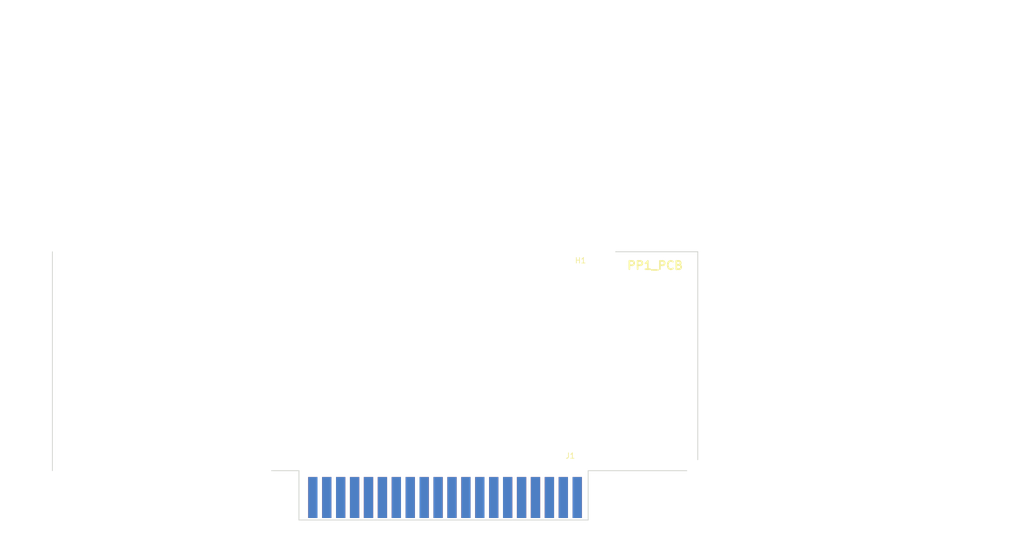
<source format=kicad_pcb>
(kicad_pcb (version 20171130) (host pcbnew "(5.1.6)-1")

  (general
    (thickness 1.6)
    (drawings 28)
    (tracks 0)
    (zones 0)
    (modules 2)
    (nets 41)
  )

  (page A4)
  (title_block
    (title "PP1 PCB")
    (date 2020-09-25)
    (rev "model rev1")
    (company "Name here")
  )

  (layers
    (0 F.Cu signal)
    (31 B.Cu signal)
    (32 B.Adhes user)
    (33 F.Adhes user)
    (34 B.Paste user)
    (35 F.Paste user)
    (36 B.SilkS user)
    (37 F.SilkS user)
    (38 B.Mask user)
    (39 F.Mask user)
    (40 Dwgs.User user)
    (41 Cmts.User user)
    (42 Eco1.User user)
    (43 Eco2.User user)
    (44 Edge.Cuts user)
    (45 Margin user)
    (46 B.CrtYd user)
    (47 F.CrtYd user)
    (48 B.Fab user)
    (49 F.Fab user)
  )

  (setup
    (last_trace_width 0.2)
    (trace_clearance 0.18)
    (zone_clearance 0.508)
    (zone_45_only no)
    (trace_min 0.18)
    (via_size 0.45)
    (via_drill 0.2)
    (via_min_size 0.45)
    (via_min_drill 0.2)
    (uvia_size 0.45)
    (uvia_drill 0.2)
    (uvias_allowed no)
    (uvia_min_size 0.45)
    (uvia_min_drill 0.2)
    (edge_width 0.15)
    (segment_width 0.2)
    (pcb_text_width 0.3)
    (pcb_text_size 1.5 1.5)
    (mod_edge_width 0.15)
    (mod_text_size 1 1)
    (mod_text_width 0.15)
    (pad_size 1.524 1.524)
    (pad_drill 0.762)
    (pad_to_mask_clearance 0.2)
    (aux_axis_origin 60.2 32)
    (visible_elements 7FFFF7FF)
    (pcbplotparams
      (layerselection 0x010f0_ffffffff)
      (usegerberextensions false)
      (usegerberattributes false)
      (usegerberadvancedattributes false)
      (creategerberjobfile false)
      (excludeedgelayer true)
      (linewidth 0.100000)
      (plotframeref false)
      (viasonmask false)
      (mode 1)
      (useauxorigin true)
      (hpglpennumber 1)
      (hpglpenspeed 20)
      (hpglpendiameter 15.000000)
      (psnegative false)
      (psa4output false)
      (plotreference true)
      (plotvalue true)
      (plotinvisibletext false)
      (padsonsilk false)
      (subtractmaskfromsilk false)
      (outputformat 1)
      (mirror false)
      (drillshape 0)
      (scaleselection 1)
      (outputdirectory "Project_MMV1_SRAM1_gerbert/"))
  )

  (net 0 "")
  (net 1 +5V)
  (net 2 GND)
  (net 3 +3V3)
  (net 4 /~CS_MODULE_0)
  (net 5 /CLK_MODULE_0)
  (net 6 /PERIPHERAL_CLK)
  (net 7 /SYNC_BIT)
  (net 8 /~RESET_CLK)
  (net 9 /BWRITE2_7)
  (net 10 /BREAD2_7)
  (net 11 /BWRITE2_6)
  (net 12 /BREAD2_6)
  (net 13 /BWRITE2_5)
  (net 14 /BREAD2_5)
  (net 15 /BWRITE2_4)
  (net 16 /BREAD2_4)
  (net 17 /BWRITE2_3)
  (net 18 /BREAD2_3)
  (net 19 /BWRITE2_2)
  (net 20 /BREAD2_2)
  (net 21 /BWRITE2_1)
  (net 22 /BREAD2_1)
  (net 23 /BWRITE2_0)
  (net 24 /BREAD2_0)
  (net 25 /BWRITE1_7)
  (net 26 /BREAD1_7)
  (net 27 /BWRITE1_6)
  (net 28 /BREAD1_6)
  (net 29 /BWRITE1_5)
  (net 30 /BREAD1_5)
  (net 31 /BWRITE1_4)
  (net 32 /BREAD1_4)
  (net 33 /BWRITE1_3)
  (net 34 /BWRITE1_0)
  (net 35 /BWRITE1_1)
  (net 36 /BWRITE1_2)
  (net 37 /BREAD1_2)
  (net 38 /BREAD1_3)
  (net 39 /BREAD1_0)
  (net 40 /BREAD1_1)

  (net_class Default "Ceci est la Netclass par défaut"
    (clearance 0.18)
    (trace_width 0.2)
    (via_dia 0.45)
    (via_drill 0.2)
    (uvia_dia 0.45)
    (uvia_drill 0.2)
    (add_net /BREAD1_0)
    (add_net /BREAD1_1)
    (add_net /BREAD1_2)
    (add_net /BREAD1_3)
    (add_net /BREAD1_4)
    (add_net /BREAD1_5)
    (add_net /BREAD1_6)
    (add_net /BREAD1_7)
    (add_net /BREAD2_0)
    (add_net /BREAD2_1)
    (add_net /BREAD2_2)
    (add_net /BREAD2_3)
    (add_net /BREAD2_4)
    (add_net /BREAD2_5)
    (add_net /BREAD2_6)
    (add_net /BREAD2_7)
    (add_net /BWRITE1_0)
    (add_net /BWRITE1_1)
    (add_net /BWRITE1_2)
    (add_net /BWRITE1_3)
    (add_net /BWRITE1_4)
    (add_net /BWRITE1_5)
    (add_net /BWRITE1_6)
    (add_net /BWRITE1_7)
    (add_net /BWRITE2_0)
    (add_net /BWRITE2_1)
    (add_net /BWRITE2_2)
    (add_net /BWRITE2_3)
    (add_net /BWRITE2_4)
    (add_net /BWRITE2_5)
    (add_net /BWRITE2_6)
    (add_net /BWRITE2_7)
    (add_net /CLK_MODULE_0)
    (add_net /PERIPHERAL_CLK)
    (add_net /SYNC_BIT)
    (add_net /~CS_MODULE_0)
    (add_net /~RESET_CLK)
  )

  (net_class Tension ""
    (clearance 0.2)
    (trace_width 0.25)
    (via_dia 0.45)
    (via_drill 0.2)
    (uvia_dia 0.45)
    (uvia_drill 0.2)
    (add_net +3V3)
    (add_net +5V)
    (add_net GND)
  )

  (module TE_5-5530843-4_edge:TE_5-5530843-4_edge (layer F.Cu) (tedit 5F6E0B5F) (tstamp 5F6E0C4B)
    (at 156 116.9)
    (path /5D0F5D39)
    (fp_text reference J1 (at -1.27 -7.62) (layer F.SilkS)
      (effects (font (size 1 1) (thickness 0.15)))
    )
    (fp_text value PP1_edgeConnnector_TE_5-5530843-4 (at -8.89 -6.35) (layer F.Fab)
      (effects (font (size 1 1) (thickness 0.15)))
    )
    (pad 2 smd rect (at 0 0) (size 1.7 7.5) (layers F.Cu F.Paste F.Mask)
      (net 4 /~CS_MODULE_0))
    (pad 1 smd rect (at 0 0) (size 1.7 7.5) (layers B.Cu B.Paste B.Mask)
      (net 2 GND))
    (pad 4 smd rect (at -2.54 0) (size 1.7 7.5) (layers F.Cu F.Paste F.Mask)
      (net 5 /CLK_MODULE_0))
    (pad 3 smd rect (at -2.54 0) (size 1.7 7.5) (layers B.Cu B.Paste B.Mask)
      (net 6 /PERIPHERAL_CLK))
    (pad 6 smd rect (at -5.08 0) (size 1.7 7.5) (layers F.Cu F.Paste F.Mask)
      (net 7 /SYNC_BIT))
    (pad 5 smd rect (at -5.08 0) (size 1.7 7.5) (layers B.Cu B.Paste B.Mask)
      (net 8 /~RESET_CLK))
    (pad 8 smd rect (at -7.62 0) (size 1.7 7.5) (layers F.Cu F.Paste F.Mask)
      (net 9 /BWRITE2_7))
    (pad 7 smd rect (at -7.62 0) (size 1.7 7.5) (layers B.Cu B.Paste B.Mask)
      (net 10 /BREAD2_7))
    (pad 10 smd rect (at -10.16 0) (size 1.7 7.5) (layers F.Cu F.Paste F.Mask)
      (net 11 /BWRITE2_6))
    (pad 9 smd rect (at -10.16 0) (size 1.7 7.5) (layers B.Cu B.Paste B.Mask)
      (net 12 /BREAD2_6))
    (pad 12 smd rect (at -12.7 0) (size 1.7 7.5) (layers F.Cu F.Paste F.Mask)
      (net 13 /BWRITE2_5))
    (pad 11 smd rect (at -12.7 0) (size 1.7 7.5) (layers B.Cu B.Paste B.Mask)
      (net 14 /BREAD2_5))
    (pad 14 smd rect (at -15.24 0) (size 1.7 7.5) (layers F.Cu F.Paste F.Mask)
      (net 15 /BWRITE2_4))
    (pad 13 smd rect (at -15.24 0) (size 1.7 7.5) (layers B.Cu B.Paste B.Mask)
      (net 16 /BREAD2_4))
    (pad 16 smd rect (at -17.78 0) (size 1.7 7.5) (layers F.Cu F.Paste F.Mask)
      (net 17 /BWRITE2_3))
    (pad 15 smd rect (at -17.78 0) (size 1.7 7.5) (layers B.Cu B.Paste B.Mask)
      (net 18 /BREAD2_3))
    (pad 18 smd rect (at -20.32 0) (size 1.7 7.5) (layers F.Cu F.Paste F.Mask)
      (net 19 /BWRITE2_2))
    (pad 17 smd rect (at -20.32 0) (size 1.7 7.5) (layers B.Cu B.Paste B.Mask)
      (net 20 /BREAD2_2))
    (pad 20 smd rect (at -22.86 0) (size 1.7 7.5) (layers F.Cu F.Paste F.Mask)
      (net 21 /BWRITE2_1))
    (pad 19 smd rect (at -22.86 0) (size 1.7 7.5) (layers B.Cu B.Paste B.Mask)
      (net 22 /BREAD2_1))
    (pad 22 smd rect (at -25.4 0) (size 1.7 7.5) (layers F.Cu F.Paste F.Mask)
      (net 23 /BWRITE2_0))
    (pad 21 smd rect (at -25.4 0) (size 1.7 7.5) (layers B.Cu B.Paste B.Mask)
      (net 24 /BREAD2_0))
    (pad 24 smd rect (at -27.94 0) (size 1.7 7.5) (layers F.Cu F.Paste F.Mask)
      (net 25 /BWRITE1_7))
    (pad 23 smd rect (at -27.94 0) (size 1.7 7.5) (layers B.Cu B.Paste B.Mask)
      (net 26 /BREAD1_7))
    (pad 26 smd rect (at -30.48 0) (size 1.7 7.5) (layers F.Cu F.Paste F.Mask)
      (net 27 /BWRITE1_6))
    (pad 25 smd rect (at -30.48 0) (size 1.7 7.5) (layers B.Cu B.Paste B.Mask)
      (net 28 /BREAD1_6))
    (pad 28 smd rect (at -33.02 0) (size 1.7 7.5) (layers F.Cu F.Paste F.Mask)
      (net 29 /BWRITE1_5))
    (pad 27 smd rect (at -33.02 0) (size 1.7 7.5) (layers B.Cu B.Paste B.Mask)
      (net 30 /BREAD1_5))
    (pad 30 smd rect (at -35.56 0) (size 1.7 7.5) (layers F.Cu F.Paste F.Mask)
      (net 31 /BWRITE1_4))
    (pad 29 smd rect (at -35.56 0) (size 1.7 7.5) (layers B.Cu B.Paste B.Mask)
      (net 32 /BREAD1_4))
    (pad 32 smd rect (at -38.1 0) (size 1.7 7.5) (layers F.Cu F.Paste F.Mask)
      (net 33 /BWRITE1_3))
    (pad 40 smd rect (at -48.26 0) (size 1.7 7.5) (layers F.Cu F.Paste F.Mask)
      (net 1 +5V))
    (pad 38 smd rect (at -45.72 0) (size 1.7 7.5) (layers F.Cu F.Paste F.Mask)
      (net 34 /BWRITE1_0))
    (pad 36 smd rect (at -43.18 0) (size 1.7 7.5) (layers F.Cu F.Paste F.Mask)
      (net 35 /BWRITE1_1))
    (pad 34 smd rect (at -40.64 0) (size 1.7 7.5) (layers F.Cu F.Paste F.Mask)
      (net 36 /BWRITE1_2))
    (pad 33 smd rect (at -40.64 0) (size 1.7 7.5) (layers B.Cu B.Paste B.Mask)
      (net 37 /BREAD1_2))
    (pad 31 smd rect (at -38.1 0) (size 1.7 7.5) (layers B.Cu B.Paste B.Mask)
      (net 38 /BREAD1_3))
    (pad 39 smd rect (at -48.26 0) (size 1.7 7.5) (layers B.Cu B.Paste B.Mask)
      (net 3 +3V3))
    (pad 37 smd rect (at -45.72 0) (size 1.7 7.5) (layers B.Cu B.Paste B.Mask)
      (net 39 /BREAD1_0))
    (pad 35 smd rect (at -43.18 0) (size 1.7 7.5) (layers B.Cu B.Paste B.Mask)
      (net 40 /BREAD1_1))
  )

  (module MountingHole:MountingHole_3mm (layer F.Cu) (tedit 56D1B4CB) (tstamp 5F6E7470)
    (at 160.5 76.2)
    (descr "Mounting Hole 3mm, no annular")
    (tags "mounting hole 3mm no annular")
    (path /5F6E1B2A)
    (attr virtual)
    (fp_text reference H1 (at -3.9 -2.6) (layer F.SilkS)
      (effects (font (size 1 1) (thickness 0.15)))
    )
    (fp_text value MountingHole_3mm (at 0 4) (layer F.Fab)
      (effects (font (size 1 1) (thickness 0.15)))
    )
    (fp_circle (center 0 0) (end 3.25 0) (layer F.CrtYd) (width 0.05))
    (fp_circle (center 0 0) (end 3 0) (layer Cmts.User) (width 0.15))
    (fp_text user %R (at 0.3 0) (layer F.Fab)
      (effects (font (size 1 1) (thickness 0.15)))
    )
    (pad 1 np_thru_hole circle (at 0 0) (size 3 3) (drill 3) (layers *.Cu *.Mask))
  )

  (dimension 2.5 (width 0.15) (layer Eco2.User)
    (gr_text "2,500 mm" (at 161.75 68.5) (layer Eco2.User)
      (effects (font (size 1 1) (thickness 0.15)) (justify right))
    )
    (feature1 (pts (xy 163 76.2) (xy 163 69.213579)))
    (feature2 (pts (xy 160.5 76.2) (xy 160.5 69.213579)))
    (crossbar (pts (xy 160.5 69.8) (xy 163 69.8)))
    (arrow1a (pts (xy 163 69.8) (xy 161.873496 70.386421)))
    (arrow1b (pts (xy 163 69.8) (xy 161.873496 69.213579)))
    (arrow2a (pts (xy 160.5 69.8) (xy 161.626504 70.386421)))
    (arrow2b (pts (xy 160.5 69.8) (xy 161.626504 69.213579)))
  )
  (dimension 4.2 (width 0.15) (layer Eco2.User)
    (gr_text "4,200 mm" (at 152 74.1 90) (layer Eco2.User)
      (effects (font (size 1 1) (thickness 0.15)))
    )
    (feature1 (pts (xy 160.5 72) (xy 152.713579 72)))
    (feature2 (pts (xy 160.5 76.2) (xy 152.713579 76.2)))
    (crossbar (pts (xy 153.3 76.2) (xy 153.3 72)))
    (arrow1a (pts (xy 153.3 72) (xy 153.886421 73.126504)))
    (arrow1b (pts (xy 153.3 72) (xy 152.713579 73.126504)))
    (arrow2a (pts (xy 153.3 76.2) (xy 153.886421 75.073496)))
    (arrow2b (pts (xy 153.3 76.2) (xy 152.713579 75.073496)))
  )
  (dimension 40 (width 0.15) (layer Eco2.User)
    (gr_text "40,000 mm (min)" (at 54.3 92 90) (layer Eco2.User)
      (effects (font (size 1 1) (thickness 0.15)))
    )
    (feature1 (pts (xy 60.2 72) (xy 55.013579 72)))
    (feature2 (pts (xy 60.2 112) (xy 55.013579 112)))
    (crossbar (pts (xy 55.6 112) (xy 55.6 72)))
    (arrow1a (pts (xy 55.6 72) (xy 56.186421 73.126504)))
    (arrow1b (pts (xy 55.6 72) (xy 55.013579 73.126504)))
    (arrow2a (pts (xy 55.6 112) (xy 56.186421 110.873496)))
    (arrow2b (pts (xy 55.6 112) (xy 55.013579 110.873496)))
  )
  (gr_line (start 60.2 72) (end 60.2 112) (layer Edge.Cuts) (width 0.15))
  (dimension 102.8 (width 0.15) (layer Eco2.User)
    (gr_text "102,800 mm (max)" (at 111.6 26.7) (layer Eco2.User)
      (effects (font (size 1 1) (thickness 0.15)))
    )
    (feature1 (pts (xy 163 32) (xy 163 27.413579)))
    (feature2 (pts (xy 60.2 32) (xy 60.2 27.413579)))
    (crossbar (pts (xy 60.2 28) (xy 163 28)))
    (arrow1a (pts (xy 163 28) (xy 161.873496 28.586421)))
    (arrow1b (pts (xy 163 28) (xy 161.873496 27.413579)))
    (arrow2a (pts (xy 60.2 28) (xy 61.326504 28.586421)))
    (arrow2b (pts (xy 60.2 28) (xy 61.326504 27.413579)))
  )
  (dimension 15 (width 0.15) (layer Eco2.User)
    (gr_text "15,000 mm" (at 170.5 66.600001) (layer Eco2.User)
      (effects (font (size 1 1) (thickness 0.15)))
    )
    (feature1 (pts (xy 163 72) (xy 163 67.31358)))
    (feature2 (pts (xy 178 72) (xy 178 67.31358)))
    (crossbar (pts (xy 178 67.900001) (xy 163 67.900001)))
    (arrow1a (pts (xy 163 67.900001) (xy 164.126504 67.31358)))
    (arrow1b (pts (xy 163 67.900001) (xy 164.126504 68.486422)))
    (arrow2a (pts (xy 178 67.900001) (xy 176.873496 67.31358)))
    (arrow2b (pts (xy 178 67.900001) (xy 176.873496 68.486422)))
  )
  (gr_line (start 178 72) (end 163 72) (layer Edge.Cuts) (width 0.15))
  (dimension 40 (width 0.15) (layer Eco2.User)
    (gr_text "40,000 mm" (at 184.6 92 90) (layer Eco2.User)
      (effects (font (size 1 1) (thickness 0.15)))
    )
    (feature1 (pts (xy 178 72) (xy 183.886421 72)))
    (feature2 (pts (xy 178 112) (xy 183.886421 112)))
    (crossbar (pts (xy 183.3 112) (xy 183.3 72)))
    (arrow1a (pts (xy 183.3 72) (xy 183.886421 73.126504)))
    (arrow1b (pts (xy 183.3 72) (xy 182.713579 73.126504)))
    (arrow2a (pts (xy 183.3 112) (xy 183.886421 110.873496)))
    (arrow2b (pts (xy 183.3 112) (xy 182.713579 110.873496)))
  )
  (gr_line (start 178 110) (end 178 72) (layer Edge.Cuts) (width 0.15))
  (dimension 40 (width 0.15) (layer Eco2.User)
    (gr_text "40,000 mm (max)" (at 80.2 125.299999) (layer Eco2.User)
      (effects (font (size 1 1) (thickness 0.15)))
    )
    (feature1 (pts (xy 60.2 112) (xy 60.2 124.58642)))
    (feature2 (pts (xy 100.2 112) (xy 100.2 124.58642)))
    (crossbar (pts (xy 100.2 123.999999) (xy 60.2 123.999999)))
    (arrow1a (pts (xy 60.2 123.999999) (xy 61.326504 123.413578)))
    (arrow1b (pts (xy 60.2 123.999999) (xy 61.326504 124.58642)))
    (arrow2a (pts (xy 100.2 123.999999) (xy 99.073496 123.413578)))
    (arrow2b (pts (xy 100.2 123.999999) (xy 99.073496 124.58642)))
  )
  (dimension 5 (width 0.15) (layer Eco2.User)
    (gr_text "5,000 mm (min)" (at 102.7 125.299999) (layer Eco2.User)
      (effects (font (size 1 1) (thickness 0.15)))
    )
    (feature1 (pts (xy 100.2 112) (xy 100.2 124.58642)))
    (feature2 (pts (xy 105.2 112) (xy 105.2 124.58642)))
    (crossbar (pts (xy 105.2 123.999999) (xy 100.2 123.999999)))
    (arrow1a (pts (xy 100.2 123.999999) (xy 101.326504 123.413578)))
    (arrow1b (pts (xy 100.2 123.999999) (xy 101.326504 124.58642)))
    (arrow2a (pts (xy 105.2 123.999999) (xy 104.073496 123.413578)))
    (arrow2b (pts (xy 105.2 123.999999) (xy 104.073496 124.58642)))
  )
  (gr_line (start 105.2 112) (end 100.2 112) (layer Edge.Cuts) (width 0.15))
  (gr_line (start 105.2 121) (end 105.2 112) (layer Edge.Cuts) (width 0.15))
  (gr_text "<- the corner is optional but is useful to find the orientation of the PCB." (at 208.5 113.3) (layer Eco2.User)
    (effects (font (size 1 1) (thickness 0.15)))
  )
  (gr_line (start 176 112) (end 158 112) (layer Edge.Cuts) (width 0.15) (tstamp 5F3710D1))
  (dimension 2.5 (width 0.15) (layer Eco2.User)
    (gr_text "2,500 mm" (at 106.45 107.700001) (layer Eco2.User)
      (effects (font (size 1 1) (thickness 0.15)))
    )
    (feature1 (pts (xy 105.2 113) (xy 105.2 108.41358)))
    (feature2 (pts (xy 107.7 113) (xy 107.7 108.41358)))
    (crossbar (pts (xy 107.7 109.000001) (xy 105.2 109.000001)))
    (arrow1a (pts (xy 105.2 109.000001) (xy 106.326504 108.41358)))
    (arrow1b (pts (xy 105.2 109.000001) (xy 106.326504 109.586422)))
    (arrow2a (pts (xy 107.7 109.000001) (xy 106.573496 108.41358)))
    (arrow2b (pts (xy 107.7 109.000001) (xy 106.573496 109.586422)))
  )
  (dimension 9 (width 0.15) (layer Eco2.User)
    (gr_text "9,000 mm" (at 102.4 116.5 90) (layer Eco2.User)
      (effects (font (size 1 1) (thickness 0.15)))
    )
    (feature1 (pts (xy 105.2 112) (xy 103.113579 112)))
    (feature2 (pts (xy 105.2 121) (xy 103.113579 121)))
    (crossbar (pts (xy 103.7 121) (xy 103.7 112)))
    (arrow1a (pts (xy 103.7 112) (xy 104.286421 113.126504)))
    (arrow1b (pts (xy 103.7 112) (xy 103.113579 113.126504)))
    (arrow2a (pts (xy 103.7 121) (xy 104.286421 119.873496)))
    (arrow2b (pts (xy 103.7 121) (xy 103.113579 119.873496)))
  )
  (dimension 52.8 (width 0.15) (layer Eco2.User)
    (gr_text "52,800 mm" (at 131.6 125.299999) (layer Eco2.User)
      (effects (font (size 1 1) (thickness 0.15)))
    )
    (feature1 (pts (xy 158 121) (xy 158 124.58642)))
    (feature2 (pts (xy 105.2 121) (xy 105.2 124.58642)))
    (crossbar (pts (xy 105.2 123.999999) (xy 158 123.999999)))
    (arrow1a (pts (xy 158 123.999999) (xy 156.873496 124.58642)))
    (arrow1b (pts (xy 158 123.999999) (xy 156.873496 123.413578)))
    (arrow2a (pts (xy 105.2 123.999999) (xy 106.326504 124.58642)))
    (arrow2b (pts (xy 105.2 123.999999) (xy 106.326504 123.413578)))
  )
  (gr_line (start 163 32) (end 60.2 32) (layer Margin) (width 0.15))
  (gr_line (start 163 72) (end 163 32) (layer Margin) (width 0.15))
  (dimension 20 (width 0.15) (layer Eco2.User)
    (gr_text "20,000 mm" (at 168 128.799999) (layer Eco2.User)
      (effects (font (size 1 1) (thickness 0.15)))
    )
    (feature1 (pts (xy 178 112) (xy 178 128.08642)))
    (feature2 (pts (xy 158 112) (xy 158 128.08642)))
    (crossbar (pts (xy 158 127.499999) (xy 178 127.499999)))
    (arrow1a (pts (xy 178 127.499999) (xy 176.873496 128.08642)))
    (arrow1b (pts (xy 178 127.499999) (xy 176.873496 126.913578)))
    (arrow2a (pts (xy 158 127.499999) (xy 159.126504 128.08642)))
    (arrow2b (pts (xy 158 127.499999) (xy 159.126504 126.913578)))
  )
  (gr_line (start 60.2 72) (end 60.2 32) (layer Margin) (width 0.15))
  (gr_line (start 100.2 112) (end 60.2 112) (layer Margin) (width 0.15))
  (dimension 40 (width 0.15) (layer Eco2.User) (tstamp 5F371008)
    (gr_text "40,000 mm (max)" (at 54.3 52 90) (layer Eco2.User) (tstamp 5F371008)
      (effects (font (size 1 1) (thickness 0.15)))
    )
    (feature1 (pts (xy 60.2 32) (xy 55.013579 32)))
    (feature2 (pts (xy 60.2 72) (xy 55.013579 72)))
    (crossbar (pts (xy 55.6 72) (xy 55.6 32)))
    (arrow1a (pts (xy 55.6 32) (xy 56.186421 33.126504)))
    (arrow1b (pts (xy 55.6 32) (xy 55.013579 33.126504)))
    (arrow2a (pts (xy 55.6 72) (xy 56.186421 70.873496)))
    (arrow2b (pts (xy 55.6 72) (xy 55.013579 70.873496)))
  )
  (gr_line (start 176 112) (end 178 110) (layer Margin) (width 0.15))
  (gr_line (start 158 112) (end 158 121) (layer Edge.Cuts) (width 0.15) (tstamp 5D81D56C))
  (gr_line (start 158 121) (end 105.2 121) (layer Edge.Cuts) (width 0.15))
  (gr_text PP1_PCB (at 170.2 74.5) (layer F.SilkS)
    (effects (font (size 1.5 1.5) (thickness 0.3)))
  )

)

</source>
